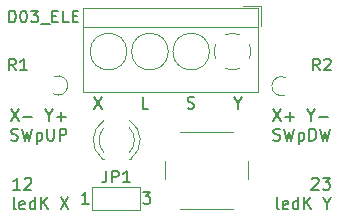
<source format=gbr>
G04 #@! TF.GenerationSoftware,KiCad,Pcbnew,5.1.5-52549c5~86~ubuntu18.04.1*
G04 #@! TF.CreationDate,2020-09-25T18:12:33-05:00*
G04 #@! TF.ProjectId,D03,4430332e-6b69-4636-9164-5f7063625858,rev?*
G04 #@! TF.SameCoordinates,Original*
G04 #@! TF.FileFunction,Legend,Top*
G04 #@! TF.FilePolarity,Positive*
%FSLAX46Y46*%
G04 Gerber Fmt 4.6, Leading zero omitted, Abs format (unit mm)*
G04 Created by KiCad (PCBNEW 5.1.5-52549c5~86~ubuntu18.04.1) date 2020-09-25 18:12:33*
%MOMM*%
%LPD*%
G04 APERTURE LIST*
%ADD10C,0.150000*%
%ADD11C,0.120000*%
G04 APERTURE END LIST*
D10*
X20295238Y-21534380D02*
X20295238Y-20534380D01*
X20533333Y-20534380D01*
X20676190Y-20582000D01*
X20771428Y-20677238D01*
X20819047Y-20772476D01*
X20866666Y-20962952D01*
X20866666Y-21105809D01*
X20819047Y-21296285D01*
X20771428Y-21391523D01*
X20676190Y-21486761D01*
X20533333Y-21534380D01*
X20295238Y-21534380D01*
X21485714Y-20534380D02*
X21580952Y-20534380D01*
X21676190Y-20582000D01*
X21723809Y-20629619D01*
X21771428Y-20724857D01*
X21819047Y-20915333D01*
X21819047Y-21153428D01*
X21771428Y-21343904D01*
X21723809Y-21439142D01*
X21676190Y-21486761D01*
X21580952Y-21534380D01*
X21485714Y-21534380D01*
X21390476Y-21486761D01*
X21342857Y-21439142D01*
X21295238Y-21343904D01*
X21247619Y-21153428D01*
X21247619Y-20915333D01*
X21295238Y-20724857D01*
X21342857Y-20629619D01*
X21390476Y-20582000D01*
X21485714Y-20534380D01*
X22152380Y-20534380D02*
X22771428Y-20534380D01*
X22438095Y-20915333D01*
X22580952Y-20915333D01*
X22676190Y-20962952D01*
X22723809Y-21010571D01*
X22771428Y-21105809D01*
X22771428Y-21343904D01*
X22723809Y-21439142D01*
X22676190Y-21486761D01*
X22580952Y-21534380D01*
X22295238Y-21534380D01*
X22200000Y-21486761D01*
X22152380Y-21439142D01*
X22961904Y-21629619D02*
X23723809Y-21629619D01*
X23961904Y-21010571D02*
X24295238Y-21010571D01*
X24438095Y-21534380D02*
X23961904Y-21534380D01*
X23961904Y-20534380D01*
X24438095Y-20534380D01*
X25342857Y-21534380D02*
X24866666Y-21534380D01*
X24866666Y-20534380D01*
X25676190Y-21010571D02*
X26009523Y-21010571D01*
X26152380Y-21534380D02*
X25676190Y-21534380D01*
X25676190Y-20534380D01*
X26152380Y-20534380D01*
X45940214Y-34790619D02*
X45987833Y-34743000D01*
X46083071Y-34695380D01*
X46321166Y-34695380D01*
X46416404Y-34743000D01*
X46464023Y-34790619D01*
X46511642Y-34885857D01*
X46511642Y-34981095D01*
X46464023Y-35123952D01*
X45892595Y-35695380D01*
X46511642Y-35695380D01*
X46844976Y-34695380D02*
X47464023Y-34695380D01*
X47130690Y-35076333D01*
X47273547Y-35076333D01*
X47368785Y-35123952D01*
X47416404Y-35171571D01*
X47464023Y-35266809D01*
X47464023Y-35504904D01*
X47416404Y-35600142D01*
X47368785Y-35647761D01*
X47273547Y-35695380D01*
X46987833Y-35695380D01*
X46892595Y-35647761D01*
X46844976Y-35600142D01*
X43130690Y-37345380D02*
X43035452Y-37297761D01*
X42987833Y-37202523D01*
X42987833Y-36345380D01*
X43892595Y-37297761D02*
X43797357Y-37345380D01*
X43606880Y-37345380D01*
X43511642Y-37297761D01*
X43464023Y-37202523D01*
X43464023Y-36821571D01*
X43511642Y-36726333D01*
X43606880Y-36678714D01*
X43797357Y-36678714D01*
X43892595Y-36726333D01*
X43940214Y-36821571D01*
X43940214Y-36916809D01*
X43464023Y-37012047D01*
X44797357Y-37345380D02*
X44797357Y-36345380D01*
X44797357Y-37297761D02*
X44702119Y-37345380D01*
X44511642Y-37345380D01*
X44416404Y-37297761D01*
X44368785Y-37250142D01*
X44321166Y-37154904D01*
X44321166Y-36869190D01*
X44368785Y-36773952D01*
X44416404Y-36726333D01*
X44511642Y-36678714D01*
X44702119Y-36678714D01*
X44797357Y-36726333D01*
X45273547Y-37345380D02*
X45273547Y-36345380D01*
X45844976Y-37345380D02*
X45416404Y-36773952D01*
X45844976Y-36345380D02*
X45273547Y-36916809D01*
X47225928Y-36869190D02*
X47225928Y-37345380D01*
X46892595Y-36345380D02*
X47225928Y-36869190D01*
X47559261Y-36345380D01*
X21230204Y-35695380D02*
X20658776Y-35695380D01*
X20944490Y-35695380D02*
X20944490Y-34695380D01*
X20849252Y-34838238D01*
X20754014Y-34933476D01*
X20658776Y-34981095D01*
X21611157Y-34790619D02*
X21658776Y-34743000D01*
X21754014Y-34695380D01*
X21992109Y-34695380D01*
X22087347Y-34743000D01*
X22134966Y-34790619D01*
X22182585Y-34885857D01*
X22182585Y-34981095D01*
X22134966Y-35123952D01*
X21563538Y-35695380D01*
X22182585Y-35695380D01*
X20849252Y-37345380D02*
X20754014Y-37297761D01*
X20706395Y-37202523D01*
X20706395Y-36345380D01*
X21611157Y-37297761D02*
X21515919Y-37345380D01*
X21325442Y-37345380D01*
X21230204Y-37297761D01*
X21182585Y-37202523D01*
X21182585Y-36821571D01*
X21230204Y-36726333D01*
X21325442Y-36678714D01*
X21515919Y-36678714D01*
X21611157Y-36726333D01*
X21658776Y-36821571D01*
X21658776Y-36916809D01*
X21182585Y-37012047D01*
X22515919Y-37345380D02*
X22515919Y-36345380D01*
X22515919Y-37297761D02*
X22420680Y-37345380D01*
X22230204Y-37345380D01*
X22134966Y-37297761D01*
X22087347Y-37250142D01*
X22039728Y-37154904D01*
X22039728Y-36869190D01*
X22087347Y-36773952D01*
X22134966Y-36726333D01*
X22230204Y-36678714D01*
X22420680Y-36678714D01*
X22515919Y-36726333D01*
X22992109Y-37345380D02*
X22992109Y-36345380D01*
X23563538Y-37345380D02*
X23134966Y-36773952D01*
X23563538Y-36345380D02*
X22992109Y-36916809D01*
X24658776Y-36345380D02*
X25325442Y-37345380D01*
X25325442Y-36345380D02*
X24658776Y-37345380D01*
X42640357Y-28878780D02*
X43307023Y-29878780D01*
X43307023Y-28878780D02*
X42640357Y-29878780D01*
X43687976Y-29497828D02*
X44449880Y-29497828D01*
X44068928Y-29878780D02*
X44068928Y-29116876D01*
X45878452Y-29402590D02*
X45878452Y-29878780D01*
X45545119Y-28878780D02*
X45878452Y-29402590D01*
X46211785Y-28878780D01*
X46545119Y-29497828D02*
X47307023Y-29497828D01*
X42687976Y-31481161D02*
X42830833Y-31528780D01*
X43068928Y-31528780D01*
X43164166Y-31481161D01*
X43211785Y-31433542D01*
X43259404Y-31338304D01*
X43259404Y-31243066D01*
X43211785Y-31147828D01*
X43164166Y-31100209D01*
X43068928Y-31052590D01*
X42878452Y-31004971D01*
X42783214Y-30957352D01*
X42735595Y-30909733D01*
X42687976Y-30814495D01*
X42687976Y-30719257D01*
X42735595Y-30624019D01*
X42783214Y-30576400D01*
X42878452Y-30528780D01*
X43116547Y-30528780D01*
X43259404Y-30576400D01*
X43592738Y-30528780D02*
X43830833Y-31528780D01*
X44021309Y-30814495D01*
X44211785Y-31528780D01*
X44449880Y-30528780D01*
X44830833Y-30862114D02*
X44830833Y-31862114D01*
X44830833Y-30909733D02*
X44926071Y-30862114D01*
X45116547Y-30862114D01*
X45211785Y-30909733D01*
X45259404Y-30957352D01*
X45307023Y-31052590D01*
X45307023Y-31338304D01*
X45259404Y-31433542D01*
X45211785Y-31481161D01*
X45116547Y-31528780D01*
X44926071Y-31528780D01*
X44830833Y-31481161D01*
X45735595Y-31528780D02*
X45735595Y-30528780D01*
X45973690Y-30528780D01*
X46116547Y-30576400D01*
X46211785Y-30671638D01*
X46259404Y-30766876D01*
X46307023Y-30957352D01*
X46307023Y-31100209D01*
X46259404Y-31290685D01*
X46211785Y-31385923D01*
X46116547Y-31481161D01*
X45973690Y-31528780D01*
X45735595Y-31528780D01*
X46640357Y-30528780D02*
X46878452Y-31528780D01*
X47068928Y-30814495D01*
X47259404Y-31528780D01*
X47497500Y-30528780D01*
X20440357Y-28878780D02*
X21107023Y-29878780D01*
X21107023Y-28878780D02*
X20440357Y-29878780D01*
X21487976Y-29497828D02*
X22249880Y-29497828D01*
X23678452Y-29402590D02*
X23678452Y-29878780D01*
X23345119Y-28878780D02*
X23678452Y-29402590D01*
X24011785Y-28878780D01*
X24345119Y-29497828D02*
X25107023Y-29497828D01*
X24726071Y-29878780D02*
X24726071Y-29116876D01*
X20487976Y-31481161D02*
X20630833Y-31528780D01*
X20868928Y-31528780D01*
X20964166Y-31481161D01*
X21011785Y-31433542D01*
X21059404Y-31338304D01*
X21059404Y-31243066D01*
X21011785Y-31147828D01*
X20964166Y-31100209D01*
X20868928Y-31052590D01*
X20678452Y-31004971D01*
X20583214Y-30957352D01*
X20535595Y-30909733D01*
X20487976Y-30814495D01*
X20487976Y-30719257D01*
X20535595Y-30624019D01*
X20583214Y-30576400D01*
X20678452Y-30528780D01*
X20916547Y-30528780D01*
X21059404Y-30576400D01*
X21392738Y-30528780D02*
X21630833Y-31528780D01*
X21821309Y-30814495D01*
X22011785Y-31528780D01*
X22249880Y-30528780D01*
X22630833Y-30862114D02*
X22630833Y-31862114D01*
X22630833Y-30909733D02*
X22726071Y-30862114D01*
X22916547Y-30862114D01*
X23011785Y-30909733D01*
X23059404Y-30957352D01*
X23107023Y-31052590D01*
X23107023Y-31338304D01*
X23059404Y-31433542D01*
X23011785Y-31481161D01*
X22916547Y-31528780D01*
X22726071Y-31528780D01*
X22630833Y-31481161D01*
X23535595Y-30528780D02*
X23535595Y-31338304D01*
X23583214Y-31433542D01*
X23630833Y-31481161D01*
X23726071Y-31528780D01*
X23916547Y-31528780D01*
X24011785Y-31481161D01*
X24059404Y-31433542D01*
X24107023Y-31338304D01*
X24107023Y-30528780D01*
X24583214Y-31528780D02*
X24583214Y-30528780D01*
X24964166Y-30528780D01*
X25059404Y-30576400D01*
X25107023Y-30624019D01*
X25154642Y-30719257D01*
X25154642Y-30862114D01*
X25107023Y-30957352D01*
X25059404Y-31004971D01*
X24964166Y-31052590D01*
X24583214Y-31052590D01*
X27516914Y-27824180D02*
X28183580Y-28824180D01*
X28183580Y-27824180D02*
X27516914Y-28824180D01*
X32088342Y-28824180D02*
X31612152Y-28824180D01*
X31612152Y-27824180D01*
X35421676Y-28776561D02*
X35564533Y-28824180D01*
X35802628Y-28824180D01*
X35897866Y-28776561D01*
X35945485Y-28728942D01*
X35993104Y-28633704D01*
X35993104Y-28538466D01*
X35945485Y-28443228D01*
X35897866Y-28395609D01*
X35802628Y-28347990D01*
X35612152Y-28300371D01*
X35516914Y-28252752D01*
X35469295Y-28205133D01*
X35421676Y-28109895D01*
X35421676Y-28014657D01*
X35469295Y-27919419D01*
X35516914Y-27871800D01*
X35612152Y-27824180D01*
X35850247Y-27824180D01*
X35993104Y-27871800D01*
X39659771Y-28347990D02*
X39659771Y-28824180D01*
X39326438Y-27824180D02*
X39659771Y-28347990D01*
X39993104Y-27824180D01*
D11*
X24140105Y-26123841D02*
G75*
G02X24043067Y-27573200I320095J-749359D01*
G01*
X43677895Y-27673359D02*
G75*
G02X43774933Y-26224000I-320095J749359D01*
G01*
X27312400Y-35423600D02*
X31412400Y-35423600D01*
X31412400Y-35423600D02*
X31412400Y-37423600D01*
X31412400Y-37423600D02*
X27312400Y-37423600D01*
X27312400Y-37423600D02*
X27312400Y-35423600D01*
X30493200Y-33056000D02*
X30649200Y-33056000D01*
X28177200Y-33056000D02*
X28333200Y-33056000D01*
X30493037Y-30454870D02*
G75*
G02X30493200Y-32536961I-1079837J-1041130D01*
G01*
X28333363Y-30454870D02*
G75*
G03X28333200Y-32536961I1079837J-1041130D01*
G01*
X30491808Y-29823665D02*
G75*
G02X30648716Y-33056000I-1078608J-1672335D01*
G01*
X28334592Y-29823665D02*
G75*
G03X28177684Y-33056000I1078608J-1672335D01*
G01*
X41620000Y-20100000D02*
X40120000Y-20100000D01*
X41620000Y-21840000D02*
X41620000Y-20100000D01*
X26560000Y-27460000D02*
X26560000Y-20340000D01*
X41380000Y-27460000D02*
X41380000Y-20340000D01*
X41380000Y-20340000D02*
X26560000Y-20340000D01*
X41380000Y-27460000D02*
X26560000Y-27460000D01*
X41380000Y-21900000D02*
X26560000Y-21900000D01*
X30275000Y-24000000D02*
G75*
G03X30275000Y-24000000I-1555000J0D01*
G01*
X33775000Y-24000000D02*
G75*
G03X33775000Y-24000000I-1555000J0D01*
G01*
X37275000Y-24000000D02*
G75*
G03X37275000Y-24000000I-1555000J0D01*
G01*
X39192989Y-22444508D02*
G75*
G02X39828000Y-22568000I27011J-1555492D01*
G01*
X40652109Y-23392258D02*
G75*
G02X40652000Y-24608000I-1432109J-607742D01*
G01*
X39827742Y-25432109D02*
G75*
G02X38612000Y-25432000I-607742J1432109D01*
G01*
X37787891Y-24607742D02*
G75*
G02X37788000Y-23392000I1432109J607742D01*
G01*
X38612413Y-22568615D02*
G75*
G02X39220000Y-22445000I607587J-1431385D01*
G01*
X33509000Y-33296600D02*
X33509000Y-34796600D01*
X34759000Y-37296600D02*
X39259000Y-37296600D01*
X40509000Y-34796600D02*
X40509000Y-33296600D01*
X39259000Y-30796600D02*
X34759000Y-30796600D01*
D10*
X20864533Y-25598380D02*
X20531200Y-25122190D01*
X20293104Y-25598380D02*
X20293104Y-24598380D01*
X20674057Y-24598380D01*
X20769295Y-24646000D01*
X20816914Y-24693619D01*
X20864533Y-24788857D01*
X20864533Y-24931714D01*
X20816914Y-25026952D01*
X20769295Y-25074571D01*
X20674057Y-25122190D01*
X20293104Y-25122190D01*
X21816914Y-25598380D02*
X21245485Y-25598380D01*
X21531200Y-25598380D02*
X21531200Y-24598380D01*
X21435961Y-24741238D01*
X21340723Y-24836476D01*
X21245485Y-24884095D01*
X46594733Y-25598380D02*
X46261400Y-25122190D01*
X46023304Y-25598380D02*
X46023304Y-24598380D01*
X46404257Y-24598380D01*
X46499495Y-24646000D01*
X46547114Y-24693619D01*
X46594733Y-24788857D01*
X46594733Y-24931714D01*
X46547114Y-25026952D01*
X46499495Y-25074571D01*
X46404257Y-25122190D01*
X46023304Y-25122190D01*
X46975685Y-24693619D02*
X47023304Y-24646000D01*
X47118542Y-24598380D01*
X47356638Y-24598380D01*
X47451876Y-24646000D01*
X47499495Y-24693619D01*
X47547114Y-24788857D01*
X47547114Y-24884095D01*
X47499495Y-25026952D01*
X46928066Y-25598380D01*
X47547114Y-25598380D01*
X28529066Y-34075980D02*
X28529066Y-34790266D01*
X28481447Y-34933123D01*
X28386209Y-35028361D01*
X28243352Y-35075980D01*
X28148114Y-35075980D01*
X29005257Y-35075980D02*
X29005257Y-34075980D01*
X29386209Y-34075980D01*
X29481447Y-34123600D01*
X29529066Y-34171219D01*
X29576685Y-34266457D01*
X29576685Y-34409314D01*
X29529066Y-34504552D01*
X29481447Y-34552171D01*
X29386209Y-34599790D01*
X29005257Y-34599790D01*
X30529066Y-35075980D02*
X29957638Y-35075980D01*
X30243352Y-35075980D02*
X30243352Y-34075980D01*
X30148114Y-34218838D01*
X30052876Y-34314076D01*
X29957638Y-34361695D01*
X27048114Y-36875980D02*
X26476685Y-36875980D01*
X26762400Y-36875980D02*
X26762400Y-35875980D01*
X26667161Y-36018838D01*
X26571923Y-36114076D01*
X26476685Y-36161695D01*
X31629066Y-35875980D02*
X32248114Y-35875980D01*
X31914780Y-36256933D01*
X32057638Y-36256933D01*
X32152876Y-36304552D01*
X32200495Y-36352171D01*
X32248114Y-36447409D01*
X32248114Y-36685504D01*
X32200495Y-36780742D01*
X32152876Y-36828361D01*
X32057638Y-36875980D01*
X31771923Y-36875980D01*
X31676685Y-36828361D01*
X31629066Y-36780742D01*
M02*

</source>
